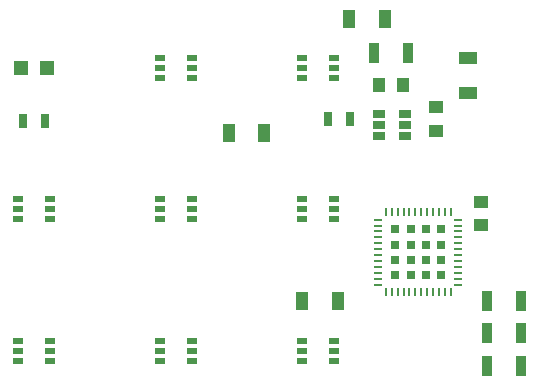
<source format=gtp>
G04 #@! TF.GenerationSoftware,KiCad,Pcbnew,(5.0.2)-1*
G04 #@! TF.CreationDate,2019-04-04T16:39:11-04:00*
G04 #@! TF.ProjectId,Dash_Warning_Panel,44617368-5f57-4617-926e-696e675f5061,rev?*
G04 #@! TF.SameCoordinates,Original*
G04 #@! TF.FileFunction,Paste,Top*
G04 #@! TF.FilePolarity,Positive*
%FSLAX46Y46*%
G04 Gerber Fmt 4.6, Leading zero omitted, Abs format (unit mm)*
G04 Created by KiCad (PCBNEW (5.0.2)-1) date 4/4/2019 4:39:11 PM*
%MOMM*%
%LPD*%
G01*
G04 APERTURE LIST*
%ADD10R,0.250000X0.700000*%
%ADD11R,0.700000X0.250000*%
%ADD12R,0.772500X0.772500*%
%ADD13R,1.000000X1.600000*%
%ADD14R,1.600000X1.000000*%
%ADD15R,1.200000X1.200000*%
%ADD16R,0.900000X1.700000*%
%ADD17R,1.060000X0.650000*%
%ADD18R,1.250000X1.000000*%
%ADD19R,0.700000X1.300000*%
%ADD20R,0.900000X0.550000*%
%ADD21R,1.000000X1.250000*%
G04 APERTURE END LIST*
D10*
G04 #@! TO.C,U1*
X217275000Y-128175000D03*
X216775000Y-128175000D03*
X216275000Y-128175000D03*
X215775000Y-128175000D03*
X215275000Y-128175000D03*
X214775000Y-128175000D03*
X214275000Y-128175000D03*
X213775000Y-128175000D03*
X213275000Y-128175000D03*
X212775000Y-128175000D03*
X212275000Y-128175000D03*
X211775000Y-128175000D03*
D11*
X211125000Y-128825000D03*
X211125000Y-129325000D03*
X211125000Y-129825000D03*
X211125000Y-130325000D03*
X211125000Y-130825000D03*
X211125000Y-131325000D03*
X211125000Y-131825000D03*
X211125000Y-132325000D03*
X211125000Y-132825000D03*
X211125000Y-133325000D03*
X211125000Y-133825000D03*
X211125000Y-134325000D03*
D10*
X211775000Y-134975000D03*
X212275000Y-134975000D03*
X212775000Y-134975000D03*
X213275000Y-134975000D03*
X213775000Y-134975000D03*
X214275000Y-134975000D03*
X214775000Y-134975000D03*
X215275000Y-134975000D03*
X215775000Y-134975000D03*
X216275000Y-134975000D03*
X216775000Y-134975000D03*
X217275000Y-134975000D03*
D11*
X217925000Y-134325000D03*
X217925000Y-133825000D03*
X217925000Y-133325000D03*
X217925000Y-132825000D03*
X217925000Y-132325000D03*
X217925000Y-131825000D03*
X217925000Y-131325000D03*
X217925000Y-130825000D03*
X217925000Y-130325000D03*
X217925000Y-129825000D03*
X217925000Y-129325000D03*
X217925000Y-128825000D03*
D12*
X212593750Y-133506250D03*
X213881250Y-133506250D03*
X215168750Y-133506250D03*
X216456250Y-133506250D03*
X212593750Y-132218750D03*
X213881250Y-132218750D03*
X215168750Y-132218750D03*
X216456250Y-132218750D03*
X212593750Y-130931250D03*
X213881250Y-130931250D03*
X215168750Y-130931250D03*
X216456250Y-130931250D03*
X212593750Y-129643750D03*
X213881250Y-129643750D03*
X215168750Y-129643750D03*
X216456250Y-129643750D03*
G04 #@! TD*
D13*
G04 #@! TO.C,C2*
X208700000Y-111800000D03*
X211700000Y-111800000D03*
G04 #@! TD*
G04 #@! TO.C,C3*
X201500000Y-121500000D03*
X198500000Y-121500000D03*
G04 #@! TD*
G04 #@! TO.C,C4*
X207700000Y-135700000D03*
X204700000Y-135700000D03*
G04 #@! TD*
D14*
G04 #@! TO.C,C7*
X218700000Y-118100000D03*
X218700000Y-115100000D03*
G04 #@! TD*
D15*
G04 #@! TO.C,D9*
X183100000Y-116000000D03*
X180900000Y-116000000D03*
G04 #@! TD*
D16*
G04 #@! TO.C,R1*
X220350000Y-135700000D03*
X223250000Y-135700000D03*
G04 #@! TD*
G04 #@! TO.C,R2*
X223250000Y-138400000D03*
X220350000Y-138400000D03*
G04 #@! TD*
G04 #@! TO.C,R3*
X220350000Y-141200000D03*
X223250000Y-141200000D03*
G04 #@! TD*
G04 #@! TO.C,R6*
X213650000Y-114700000D03*
X210750000Y-114700000D03*
G04 #@! TD*
D17*
G04 #@! TO.C,U2*
X213400000Y-121750000D03*
X213400000Y-120800000D03*
X213400000Y-119850000D03*
X211200000Y-119850000D03*
X211200000Y-121750000D03*
X211200000Y-120800000D03*
G04 #@! TD*
D18*
G04 #@! TO.C,C5*
X216000000Y-121300000D03*
X216000000Y-119300000D03*
G04 #@! TD*
G04 #@! TO.C,C1*
X219800000Y-129300000D03*
X219800000Y-127300000D03*
G04 #@! TD*
D19*
G04 #@! TO.C,R5*
X206850000Y-120300000D03*
X208750000Y-120300000D03*
G04 #@! TD*
G04 #@! TO.C,R4*
X181050000Y-120500000D03*
X182950000Y-120500000D03*
G04 #@! TD*
D20*
G04 #@! TO.C,D8*
X204650000Y-139100000D03*
X207350000Y-139100000D03*
X204650000Y-139950000D03*
X207350000Y-139950000D03*
X204650000Y-140800000D03*
X207350000Y-140800000D03*
G04 #@! TD*
G04 #@! TO.C,D7*
X192650000Y-139100000D03*
X195350000Y-139100000D03*
X192650000Y-139950000D03*
X195350000Y-139950000D03*
X192650000Y-140800000D03*
X195350000Y-140800000D03*
G04 #@! TD*
G04 #@! TO.C,D6*
X180650000Y-139100000D03*
X183350000Y-139100000D03*
X180650000Y-139950000D03*
X183350000Y-139950000D03*
X180650000Y-140800000D03*
X183350000Y-140800000D03*
G04 #@! TD*
G04 #@! TO.C,D5*
X204650000Y-127100000D03*
X207350000Y-127100000D03*
X204650000Y-127950000D03*
X207350000Y-127950000D03*
X204650000Y-128800000D03*
X207350000Y-128800000D03*
G04 #@! TD*
G04 #@! TO.C,D4*
X192650000Y-127100000D03*
X195350000Y-127100000D03*
X192650000Y-127950000D03*
X195350000Y-127950000D03*
X192650000Y-128800000D03*
X195350000Y-128800000D03*
G04 #@! TD*
G04 #@! TO.C,D3*
X180650000Y-127100000D03*
X183350000Y-127100000D03*
X180650000Y-127950000D03*
X183350000Y-127950000D03*
X180650000Y-128800000D03*
X183350000Y-128800000D03*
G04 #@! TD*
G04 #@! TO.C,D2*
X204650000Y-115100000D03*
X207350000Y-115100000D03*
X204650000Y-115950000D03*
X207350000Y-115950000D03*
X204650000Y-116800000D03*
X207350000Y-116800000D03*
G04 #@! TD*
G04 #@! TO.C,D1*
X192650000Y-115100000D03*
X195350000Y-115100000D03*
X192650000Y-115950000D03*
X195350000Y-115950000D03*
X192650000Y-116800000D03*
X195350000Y-116800000D03*
G04 #@! TD*
D21*
G04 #@! TO.C,C6*
X213200000Y-117400000D03*
X211200000Y-117400000D03*
G04 #@! TD*
M02*

</source>
